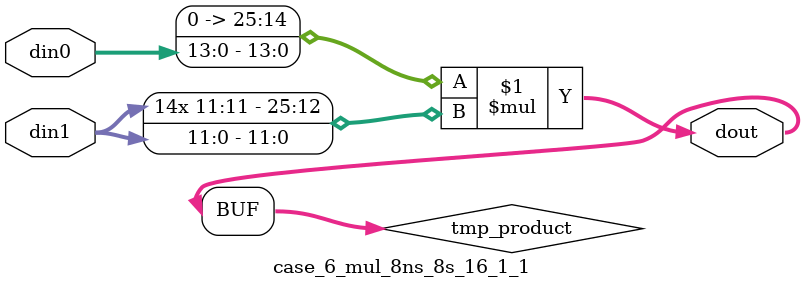
<source format=v>

`timescale 1 ns / 1 ps

 (* use_dsp = "no" *)  module case_6_mul_8ns_8s_16_1_1(din0, din1, dout);
parameter ID = 1;
parameter NUM_STAGE = 0;
parameter din0_WIDTH = 14;
parameter din1_WIDTH = 12;
parameter dout_WIDTH = 26;

input [din0_WIDTH - 1 : 0] din0; 
input [din1_WIDTH - 1 : 0] din1; 
output [dout_WIDTH - 1 : 0] dout;

wire signed [dout_WIDTH - 1 : 0] tmp_product;

























assign tmp_product = $signed({1'b0, din0}) * $signed(din1);










assign dout = tmp_product;





















endmodule

</source>
